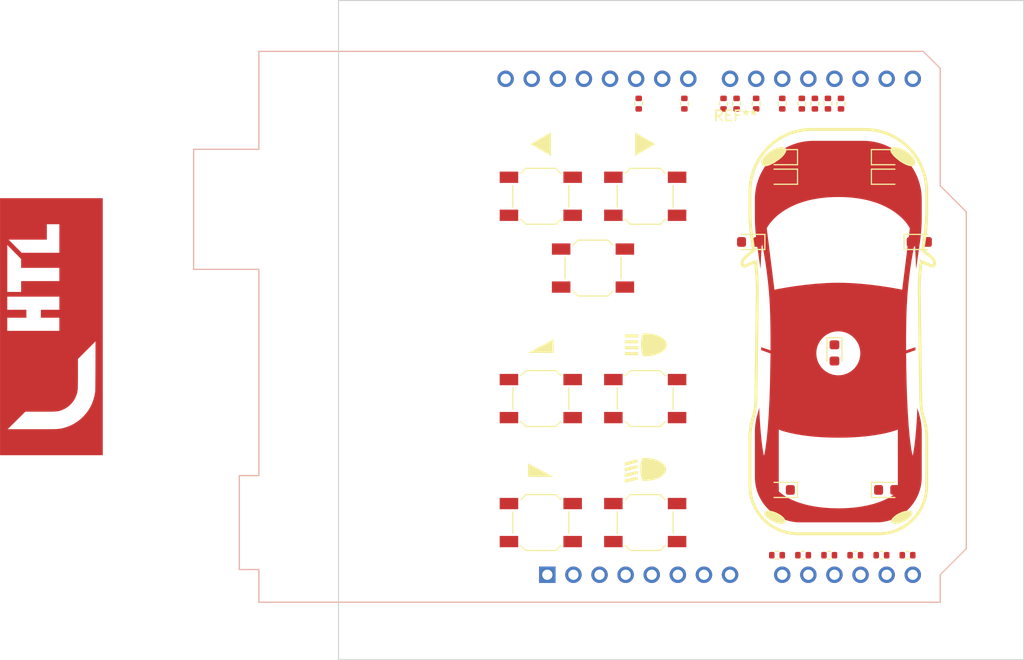
<source format=kicad_pcb>
(kicad_pcb (version 20211014) (generator pcbnew)
  (layers (0 "F.Cu" signal) (31 "B.Cu" signal) (34 "B.Paste" user) (35 "F.Paste" user) (36 "B.SilkS" user "B.Silkscreen") (37 "F.SilkS" user "F.Silkscreen") (38 "B.Mask" user) (39 "F.Mask" user) (44 "Edge.Cuts" user))
  (net 0 "")
  (net 6 "sw_right")
  (net 7 "sw_stop")
  (net 8 "sw_accel")
  (net 9 "sw_decel")
  (net 10 "sw_dipped_b")
  (net 11 "sw_high_b")
  (net 20 "GND")
  (net 21 "Net-(D1-Pad2)")
  (net 22 "Net-(D2-Pad2)")
  (net 23 "high_beam")
  (net 24 "dipped_beam")
  (net 25 "Net-(D3-Pad2)")
  (net 26 "Net-(D4-Pad2)")
  (net 27 "Net-(D5-Pad2)")
  (net 28 "Net-(D6-Pad2)")
  (net 29 "turn_left")
  (net 30 "turn_right")
  (net 31 "break_lights")
  (net 32 "sw_left")
  (net 33 "speed_indicator")
  (net 34 "Net-(D7-Pad2)")
  (net 35 "Net-(D8-Pad2)")
  (net 36 "Net-(D9-Pad2)")
  (net 37 "VDD")
  (footprint "LED_SMD:LED_0603_1608Metric" (layer "F.Cu") (at 146.685 89.535 180)
    (fp_text reference "D5" hide)
    (fp_text value "orange dim" hide)
    (pad "1" smd roundrect (at -0.7875 0 180) (size 0.875 0.95) (layers "F.Cu" "F.Paste" "F.Mask") (net 20 "GND"))
    (pad "2" smd roundrect (at 0.7875 0 180) (size 0.875 0.95) (layers "F.Cu" "F.Paste" "F.Mask") (net 27 "Net-(D5-Pad2)"))
  )
  (footprint "Resistor_SMD:R_0402_1005Metric" (layer "F.Cu") (at 156.97 120.015)
    (fp_text reference "R11" hide)
    (fp_text value "10k" hide)
    (pad "1" smd roundrect (at -0.51 0) (size 0.54 0.64) (layers "F.Cu" "F.Paste" "F.Mask") (net 37 "VDD"))
    (pad "2" smd roundrect (at 0.51 0) (size 0.54 0.64) (layers "F.Cu" "F.Paste" "F.Mask") (net 8 "sw_accel"))
  )
  (footprint "Resistor_SMD:R_0402_1005Metric" (layer "F.Cu") (at 153.035 76.075 -90)
    (fp_text reference "R4" hide)
    (fp_text value "680" hide)
    (pad "1" smd roundrect (at -0.51 0 270) (size 0.54 0.64) (layers "F.Cu" "F.Paste" "F.Mask") (net 24 "dipped_beam"))
    (pad "2" smd roundrect (at 0.51 0 270) (size 0.54 0.64) (layers "F.Cu" "F.Paste" "F.Mask") (net 26 "Net-(D4-Pad2)"))
  )
  (footprint "LED_SMD:LED_0603_1608Metric" (layer "F.Cu") (at 160.02 81.28)
    (fp_text reference "D2" hide)
    (fp_text value "white bright" hide)
    (pad "1" smd roundrect (at -0.7875 0) (size 0.875 0.95) (layers "F.Cu" "F.Paste" "F.Mask") (net 20 "GND"))
    (pad "2" smd roundrect (at 0.7875 0) (size 0.875 0.95) (layers "F.Cu" "F.Paste" "F.Mask") (net 22 "Net-(D2-Pad2)"))
  )
  (footprint "Resistor_SMD:R_0402_1005Metric" (layer "F.Cu") (at 162.05 120.015)
    (fp_text reference "R13" hide)
    (fp_text value "10k" hide)
    (pad "1" smd roundrect (at -0.51 0) (size 0.54 0.64) (layers "F.Cu" "F.Paste" "F.Mask") (net 37 "VDD"))
    (pad "2" smd roundrect (at 0.51 0) (size 0.54 0.64) (layers "F.Cu" "F.Paste" "F.Mask") (net 6 "sw_right"))
  )
  (footprint "LED_SMD:LED_0603_1608Metric" (layer "F.Cu") (at 149.86 113.665 180)
    (fp_text reference "D9" hide)
    (fp_text value "red bright" hide)
    (pad "1" smd roundrect (at -0.7875 0 180) (size 0.875 0.95) (layers "F.Cu" "F.Paste" "F.Mask") (net 20 "GND"))
    (pad "2" smd roundrect (at 0.7875 0 180) (size 0.875 0.95) (layers "F.Cu" "F.Paste" "F.Mask") (net 36 "Net-(D9-Pad2)"))
  )
  (footprint "Button_Switch_SMD:SW_SPST_SKQG_WithoutStem" (layer "F.Cu") (at 136.525 116.84)
    (fp_text reference "SW_dipped_b1" hide)
    (fp_text value "SW_SPST" hide)
    (pad "1" smd rect (at -3.1 -1.85) (size 1.8 1.1) (layers "F.Cu" "F.Paste" "F.Mask") (net 20 "GND"))
    (pad "1" smd rect (at 3.1 -1.85) (size 1.8 1.1) (layers "F.Cu" "F.Paste" "F.Mask") (net 20 "GND"))
    (pad "2" smd rect (at 3.1 1.85) (size 1.8 1.1) (layers "F.Cu" "F.Paste" "F.Mask") (net 10 "sw_dipped_b"))
    (pad "2" smd rect (at -3.1 1.85) (size 1.8 1.1) (layers "F.Cu" "F.Paste" "F.Mask") (net 10 "sw_dipped_b"))
  )
  (footprint "Button_Switch_SMD:SW_SPST_SKQG_WithoutStem" (layer "F.Cu") (at 126.365 116.84)
    (fp_text reference "SW_decel1" hide)
    (fp_text value "SW_SPST" hide)
    (pad "1" smd rect (at 3.1 -1.85) (size 1.8 1.1) (layers "F.Cu" "F.Paste" "F.Mask") (net 20 "GND"))
    (pad "1" smd rect (at -3.1 -1.85) (size 1.8 1.1) (layers "F.Cu" "F.Paste" "F.Mask") (net 20 "GND"))
    (pad "2" smd rect (at -3.1 1.85) (size 1.8 1.1) (layers "F.Cu" "F.Paste" "F.Mask") (net 9 "sw_decel"))
    (pad "2" smd rect (at 3.1 1.85) (size 1.8 1.1) (layers "F.Cu" "F.Paste" "F.Mask") (net 9 "sw_decel"))
  )
  (footprint "Resistor_SMD:R_0402_1005Metric" (layer "F.Cu") (at 149.86 76.075 -90)
    (fp_text reference "R6" hide)
    (fp_text value "220" hide)
    (pad "1" smd roundrect (at -0.51 0 270) (size 0.54 0.64) (layers "F.Cu" "F.Paste" "F.Mask") (net 30 "turn_right"))
    (pad "2" smd roundrect (at 0.51 0 270) (size 0.54 0.64) (layers "F.Cu" "F.Paste" "F.Mask") (net 28 "Net-(D6-Pad2)"))
  )
  (footprint "Resistor_SMD:R_0402_1005Metric" (layer "F.Cu") (at 155.575 76.075 -90)
    (fp_text reference "R2" hide)
    (fp_text value "220" hide)
    (pad "1" smd roundrect (at -0.51 0 270) (size 0.54 0.64) (layers "F.Cu" "F.Paste" "F.Mask") (net 23 "high_beam"))
    (pad "2" smd roundrect (at 0.51 0 270) (size 0.54 0.64) (layers "F.Cu" "F.Paste" "F.Mask") (net 22 "Net-(D2-Pad2)"))
  )
  (footprint "LED_SMD:LED_0603_1608Metric" (layer "F.Cu") (at 160.02 83.185)
    (fp_text reference "D4" hide)
    (fp_text value "white dim" hide)
    (pad "1" smd roundrect (at -0.7875 0) (size 0.875 0.95) (layers "F.Cu" "F.Paste" "F.Mask") (net 20 "GND"))
    (pad "2" smd roundrect (at 0.7875 0) (size 0.875 0.95) (layers "F.Cu" "F.Paste" "F.Mask") (net 26 "Net-(D4-Pad2)"))
  )
  (footprint "Resistor_SMD:R_0402_1005Metric" (layer "F.Cu") (at 135.89 76.075 -90)
    (fp_text reference "R7" hide)
    (fp_text value "680" hide)
    (pad "1" smd roundrect (at -0.51 0 270) (size 0.54 0.64) (layers "F.Cu" "F.Paste" "F.Mask") (net 33 "speed_indicator"))
    (pad "2" smd roundrect (at 0.51 0 270) (size 0.54 0.64) (layers "F.Cu" "F.Paste" "F.Mask") (net 34 "Net-(D7-Pad2)"))
  )
  (footprint "Resistor_SMD:R_0402_1005Metric" (layer "F.Cu") (at 151.765 76.075 -90)
    (fp_text reference "R3" hide)
    (fp_text value "680" hide)
    (pad "1" smd roundrect (at -0.51 0 270) (size 0.54 0.64) (layers "F.Cu" "F.Paste" "F.Mask") (net 24 "dipped_beam"))
    (pad "2" smd roundrect (at 0.51 0 270) (size 0.54 0.64) (layers "F.Cu" "F.Paste" "F.Mask") (net 25 "Net-(D3-Pad2)"))
  )
  (footprint "Resistor_SMD:R_0402_1005Metric" (layer "F.Cu") (at 147.32 76.075 -90)
    (fp_text reference "R5" hide)
    (fp_text value "220" hide)
    (pad "1" smd roundrect (at -0.51 0 270) (size 0.54 0.64) (layers "F.Cu" "F.Paste" "F.Mask") (net 29 "turn_left"))
    (pad "2" smd roundrect (at 0.51 0 270) (size 0.54 0.64) (layers "F.Cu" "F.Paste" "F.Mask") (net 27 "Net-(D5-Pad2)"))
  )
  (footprint "Resistor_SMD:R_0402_1005Metric" (layer "F.Cu") (at 145.415 76.075 -90)
    (fp_text reference "R8" hide)
    (fp_text value "220" hide)
    (pad "1" smd roundrect (at -0.51 0 270) (size 0.54 0.64) (layers "F.Cu" "F.Paste" "F.Mask") (net 31 "break_lights"))
    (pad "2" smd roundrect (at 0.51 0 270) (size 0.54 0.64) (layers "F.Cu" "F.Paste" "F.Mask") (net 35 "Net-(D8-Pad2)"))
  )
  (footprint "Resistor_SMD:R_0402_1005Metric" (layer "F.Cu") (at 159.51 120.015)
    (fp_text reference "R16" hide)
    (fp_text value "10k" hide)
    (pad "1" smd roundrect (at -0.51 0) (size 0.54 0.64) (layers "F.Cu" "F.Paste" "F.Mask") (net 37 "VDD"))
    (pad "2" smd roundrect (at 0.51 0) (size 0.54 0.64) (layers "F.Cu" "F.Paste" "F.Mask") (net 7 "sw_stop"))
  )
  (footprint "LED_SMD:LED_0603_1608Metric" (layer "F.Cu") (at 149.86 83.185 180)
    (fp_text reference "D3" hide)
    (fp_text value "white dim" hide)
    (pad "1" smd roundrect (at -0.7875 0 180) (size 0.875 0.95) (layers "F.Cu" "F.Paste" "F.Mask") (net 20 "GND"))
    (pad "2" smd roundrect (at 0.7875 0 180) (size 0.875 0.95) (layers "F.Cu" "F.Paste" "F.Mask") (net 25 "Net-(D3-Pad2)"))
  )
  (footprint "Resistor_SMD:R_0402_1005Metric" (layer "F.Cu") (at 149.35 120.015)
    (fp_text reference "R12" hide)
    (fp_text value "10k" hide)
    (pad "1" smd roundrect (at -0.51 0) (size 0.54 0.64) (layers "F.Cu" "F.Paste" "F.Mask") (net 37 "VDD"))
    (pad "2" smd roundrect (at 0.51 0) (size 0.54 0.64) (layers "F.Cu" "F.Paste" "F.Mask") (net 10 "sw_dipped_b"))
  )
  (footprint "LED_SMD:LED_0603_1608Metric" (layer "F.Cu") (at 154.94 100.33 -90)
    (fp_text reference "D7" hide)
    (fp_text value "blue bright" hide)
    (pad "1" smd roundrect (at -0.7875 0 270) (size 0.875 0.95) (layers "F.Cu" "F.Paste" "F.Mask") (net 20 "GND"))
    (pad "2" smd roundrect (at 0.7875 0 270) (size 0.875 0.95) (layers "F.Cu" "F.Paste" "F.Mask") (net 34 "Net-(D7-Pad2)"))
  )
  (footprint "car:car" (layer "F.Cu") (at 145.314845 77.757001)
    (fp_text reference "REF**" (at 0 -0.5 unlocked) (layer "F.SilkS"))
    (fp_text value "car")
    (fp_poly (pts (xy 12.614297 1.939832) (xy 12.798911 1.948766) (xy 12.981931 1.963542) (xy 13.163267 1.984065) (xy 13.342829 2.010241) (xy 13.520527 2.041975) (xy 13.696273 2.079173) (xy 13.869976 2.121741) (xy 14.041546 2.169585) (xy 14.210894 2.222609) (xy 14.37793 2.280721) (xy 14.542565 2.343825) (xy 14.704708 2.411828) (xy 14.864271 2.484635) (xy 15.021162 2.562151) (xy 15.175294 2.644283) (xy 15.174837 2.644611) (xy 15.174368 2.644923) (xy 15.17389 2.645221) (xy 15.173403 2.645507) (xy 15.172411 2.646056) (xy 15.171408 2.646588) (xy 15.170406 2.647123) (xy 15.16942 2.647679) (xy 15.168937 2.647972) (xy 15.168463 2.648277) (xy 15.168 2.648596) (xy 15.16755 2.648933) (xy 15.124277 2.690432) (xy 15.093505 2.736808) (xy 15.074655 2.787659) (xy 15.06715 2.842582) (xy 15.070411 2.901177) (xy 15.08386 2.963041) (xy 15.106918 3.027772) (xy 15.139008 3.094968) (xy 15.17955 3.164227) (xy 15.227966 3.235149) (xy 15.346107 3.380368) (xy 15.488806 3.52741) (xy 15.651434 3.67306) (xy 15.829366 3.814103) (xy 16.017974 3.947323) (xy 16.212631 4.069505) (xy 16.40871 4.177434) (xy 16.601586 4.267895) (xy 16.786629 4.337672) (xy 16.874769 4.3638) (xy 16.959215 4.383551) (xy 17.03939 4.396523) (xy 17.114716 4.402315) (xy 17.230011 4.576361) (xy 17.339036 4.754789) (xy 17.441629 4.937443) (xy 17.537629 5.124167) (xy 17.626874 5.314803) (xy 17.709204 5.509197) (xy 17.784458 5.707191) (xy 17.852474 5.908629) (xy 17.913092 6.113355) (xy 17.96615 6.321213) (xy 18.011487 6.532046) (xy 18.048942 6.745699) (xy 18.078354 6.962014) (xy 18.099562 7.180836) (xy 18.112405 7.402008) (xy 18.116722 7.625374) (xy 18.116722 9.356018) (xy 18.11403 9.66094) (xy 18.10595 9.96567) (xy 18.092478 10.270132) (xy 18.073612 10.574254) (xy 18.049347 10.87796) (xy 18.01968 11.181176) (xy 17.984606 11.483829) (xy 17.944122 11.785843) (xy 17.604088 14.171745) (xy 17.586829 14.297525) (xy 17.570503 14.423409) (xy 17.514014 13.142596) (xy 17.449577 11.805481) (xy 17.349448 12.288172) (xy 17.116936 13.608904) (xy 16.982854 14.523845) (xy 16.853857 15.576668) (xy 16.742672 16.743496) (xy 16.662025 18.000454) (xy 16.629076 18.885403) (xy 16.606589 19.913858) (xy 16.595413 21.068231) (xy 16.596397 22.330936) (xy 16.710666 22.286921) (xy 16.824784 22.246161) (xy 16.938736 22.207771) (xy 17.052503 22.170865) (xy 17.279415 22.09796) (xy 17.392527 22.060191) (xy 17.505386 22.020363) (xy 17.509521 22.304066) (xy 16.597435 22.626526) (xy 16.614149 24.085538) (xy 16.646958 25.564424) (xy 16.696766 27.02274) (xy 16.764482 28.420043) (xy 16.85101 29.71589) (xy 16.957258 30.869838) (xy 17.084131 31.841442) (xy 17.155586 32.246227) (xy 17.232536 32.59026) (xy 17.28344 32.366871) (xy 17.338881 32.061407) (xy 17.407036 31.603452) (xy 17.482447 30.975519) (xy 17.559654 30.160123) (xy 17.6332 29.139781) (xy 17.697624 27.897007) (xy 17.712938 27.96879) (xy 17.729066 28.040399) (xy 17.746025 28.111827) (xy 17.763832 28.183065) (xy 17.782503 28.254105) (xy 17.802054 28.32494) (xy 17.822503 28.395561) (xy 17.843864 28.465961) (xy 17.907483 28.68566) (xy 17.962751 28.907372) (xy 18.009629 29.130854) (xy 18.048074 29.355865) (xy 18.078046 29.582164) (xy 18.099506 29.809509) (xy 18.112411 30.037658) (xy 18.116722 30.266369) (xy 18.116722 34.663517) (xy 18.110156 34.905773) (xy 18.090687 35.144591) (xy 18.058655 35.379632) (xy 18.014401 35.610559) (xy 17.958267 35.837034) (xy 17.890593 36.058718) (xy 17.811722 36.275273) (xy 17.721994 36.486362) (xy 17.621751 36.691647) (xy 17.511333 36.89079) (xy 17.391083 37.083453) (xy 17.26134 37.269297) (xy 17.122446 37.447985) (xy 16.974744 37.619179) (xy 16.818572 37.782541) (xy 16.654274 37.937733) (xy 16.576954 37.949619) (xy 16.496689 37.965666) (xy 16.413845 37.98587) (xy 16.328785 38.010226) (xy 16.241876 38.03873) (xy 16.153482 38.071379) (xy 16.063969 38.108166) (xy 15.973702 38.14909) (xy 15.899457 38.185589) (xy 15.827702 38.223556) (xy 15.758585 38.262824) (xy 15.692253 38.303228) (xy 15.628853 38.344605) (xy 15.568532 38.386789) (xy 15.511438 38.429616) (xy 15.457717 38.472919) (xy 15.407516 38.516536) (xy 15.360983 38.5603) (xy 15.318264 38.604047) (xy 15.279506 38.647612) (xy 15.244857 38.69083) (xy 15.214463 38.733536) (xy 15.188472 38.775565) (xy 15.167031 38.816753) (xy 14.995298 38.872755) (xy 14.820574 38.921897) (xy 14.643013 38.963992) (xy 14.462769 38.998853) (xy 14.279994 39.026293) (xy 14.094842 39.046124) (xy 14.001423 39.053128) (xy 13.907467 39.05816) (xy 13.812994 39.061197) (xy 13.718022 39.062214) (xy 6.282302 39.062214) (xy 6.187256 39.061193) (xy 6.092711 39.058148) (xy 5.998685 39.053101) (xy 5.905199 39.046077) (xy 5.812269 39.0371) (xy 5.719917 39.026193) (xy 5.628159 39.01338) (xy 5.537016 38.998685) (xy 5.446507 38.982132) (xy 5.356649 38.963744) (xy 5.267463 38.943547) (xy 5.178967 38.921562) (xy 5.004121 38.872329) (xy 4.832263 38.816235) (xy 4.810811 38.775066) (xy 4.784831 38.73306) (xy 4.754466 38.690382) (xy 4.719862 38.647194) (xy 4.681164 38.603663) (xy 4.638515 38.559951) (xy 4.592061 38.516224) (xy 4.541947 38.472646) (xy 4.488317 38.42938) (xy 4.431316 38.386592) (xy 4.371089 38.344446) (xy 4.30778 38.303105) (xy 4.241535 38.262735) (xy 4.172497 38.2235) (xy 4.100813 38.185563) (xy 4.026626 38.14909) (xy 3.981368 38.128086) (xy 3.936236 38.108108) (xy 3.846543 38.071236) (xy 3.75793 38.038492) (xy 3.670781 38.009891) (xy 3.58548 37.985447) (xy 3.50241 37.965177) (xy 3.461831 37.956612) (xy 3.421954 37.949097) (xy 3.382827 37.942633) (xy 3.344497 37.937222) (xy 3.180268 37.782034) (xy 3.024172 37.618679) (xy 2.876549 37.447494) (xy 2.73774 37.268817) (xy 2.608083 37.082987) (xy 2.487919 36.890343) (xy 2.377586 36.691222) (xy 2.277426 36.485962) (xy 2.187777 36.274903) (xy 2.108979 36.058383) (xy 2.103425 36.040176) (xy 4.206977 36.040176) (xy 4.278938 36.111409) (xy 4.505418 36.299204) (xy 4.68157 36.424671) (xy 4.902313 36.564708) (xy 5.169634 36.714459) (xy 5.48552 36.869066) (xy 5.851958 37.023674) (xy 6.270935 37.173424) (xy 6.744438 37.313461) (xy 7.274454 37.438928) (xy 7.86297 37.544968) (xy 8.511973 37.626723) (xy 9.22345 37.679338) (xy 9.999388 37.697956) (xy 10.395619 37.6932) (xy 10.775483 37.679338) (xy 11.139227 37.656977) (xy 11.4871 37.626723) (xy 11.819351 37.589185) (xy 12.136228 37.544968) (xy 12.43798 37.49468) (xy 12.724855 37.438928) (xy 12.997101 37.378319) (xy 13.254968 37.313461) (xy 13.498703 37.24496) (xy 13.728555 37.173424) (xy 13.944772 37.09946) (xy 14.147604 37.023674) (xy 14.337298 36.946673) (xy 14.514103 36.869066) (xy 14.678267 36.791459) (xy 14.830039 36.714459) (xy 14.969668 36.638673) (xy 15.097401 36.564708) (xy 15.213488 36.493172) (xy 15.318177 36.424671) (xy 15.494354 36.299204) (xy 15.62792 36.193165) (xy 15.720863 36.111409) (xy 15.792832 36.040176) (xy 15.792832 30.035893) (xy 15.450125 30.159028) (xy 15.014472 30.285242) (xy 14.396158 30.429926) (xy 13.590339 30.57461) (xy 13.1156 30.64118) (xy 12.592168 30.700824) (xy 12.019436 30.751232) (xy 11.396799 30.790097) (xy 10.723652 30.815109) (xy 9.999388 30.823959) (xy 9.630909 30.821699) (xy 9.275282 30.815109) (xy 8.932429 30.804479) (xy 8.602276 30.790097) (xy 8.284746 30.772252) (xy 7.979765 30.751232) (xy 7.687256 30.727327) (xy 7.407144 30.700824) (xy 6.883809 30.64118) (xy 6.409154 30.57461) (xy 5.982575 30.503422) (xy 5.603467 30.429926) (xy 5.271225 30.356429) (xy 4.985245 30.285242) (xy 4.744921 30.218672) (xy 4.549648 30.159028) (xy 4.291838 30.069755) (xy 4.206977 30.035893) (xy 4.206977 36.040176) (xy 2.103425 36.040176) (xy 2.041372 35.83674) (xy 1.985295 35.610311) (xy 1.941088 35.379437) (xy 1.909092 35.144454) (xy 1.889645 34.905701) (xy 1.883087 34.663517) (xy 1.883087 30.266369) (xy 1.887398 30.037658) (xy 1.900304 29.809509) (xy 1.921764 29.582164) (xy 1.951737 29.355865) (xy 1.990183 29.130854) (xy 2.037059 28.907372) (xy 2.092325 28.68566) (xy 2.155941 28.465961) (xy 2.177289 28.395626) (xy 2.197733 28.325068) (xy 2.217287 28.254297) (xy 2.235965 28.183321) (xy 2.253779 28.112147) (xy 2.270745 28.040784) (xy 2.286875 27.96924) (xy 2.302185 27.897522) (xy 2.332917 28.547732) (xy 2.366611 29.140156) (xy 2.402586 29.676978) (xy 2.440158 30.160384) (xy 2.478645 30.59256) (xy 2.517365 30.97569) (xy 2.555636 31.31196) (xy 2.592776 31.603555) (xy 2.628101 31.85266) (xy 2.66093 32.061462) (xy 2.690581 32.232144) (xy 2.71637 32.366893) (xy 2.753637 32.537332) (xy 2.767272 32.59026) (xy 2.844228 32.246227) (xy 2.915699 31.841442) (xy 3.04263 30.869838) (xy 3.14896 29.71589) (xy 3.235584 28.420043) (xy 3.303394 27.02274) (xy 3.353287 25.564424) (xy 3.402892 22.626526) (xy 3.367794 22.614124) (xy 7.861018 22.614124) (xy 7.863808 22.724188) (xy 7.872075 22.832806) (xy 7.885683 22.939846) (xy 7.904498 23.045171) (xy 7.928386 23.148649) (xy 7.957213 23.250144) (xy 7.990844 23.349522) (xy 8.029144 23.446649) (xy 8.071981 23.541391) (xy 8.119218 23.633612) (xy 8.170722 23.72318) (xy 8.226359 23.809959) (xy 8.285994 23.893814) (xy 8.349493 23.974613) (xy 8.416722 24.05222) (xy 8.487545 24.126501) (xy 8.56183 24.197321) (xy 8.639441 24.264547) (xy 8.720244 24.328043) (xy 8.804105 24.387676) (xy 8.890889 24.443311) (xy 8.980463 24.494814) (xy 9.072692 24.54205) (xy 9.167441 24.584885) (xy 9.264576 24.623185) (xy 9.363963 24.656816) (xy 9.465468 24.685642) (xy 9.568956 24.70953) (xy 9.674292 24.728345) (xy 9.781343 24.741953) (xy 9.889974 24.750219) (xy 10.000051 24.75301) (xy 10.110115 24.750212) (xy 10.218733 24.741938) (xy 10.325771 24.728323) (xy 10.431096 24.709501) (xy 10.534572 24.685606) (xy 10.636065 24.656773) (xy 10.735441 24.623136) (xy 10.832565 24.58483) (xy 10.927304 24.541989) (xy 11.019523 24.494748) (xy 11.109087 24.44324) (xy 11.195862 24.387601) (xy 11.279714 24.327964) (xy 11.360508 24.264464) (xy 11.438111 24.197236) (xy 11.512387 24.126413) (xy 11.583202 24.052131) (xy 11.650423 23.974524) (xy 11.713914 23.893725) (xy 11.773541 23.80987) (xy 11.82917 23.723093) (xy 11.880667 23.633529) (xy 11.927897 23.54131) (xy 11.970726 23.446573) (xy 12.009019 23.349452) (xy 12.042642 23.25008) (xy 12.071462 23.148593) (xy 12.095342 23.045124) (xy 12.11415 22.939808) (xy 12.12775 22.83278) (xy 12.136009 22.724174) (xy 12.138792 22.614124) (xy 12.136002 22.50406) (xy 12.127736 22.395441) (xy 12.114128 22.288402) (xy 12.095313 22.183076) (xy 12.071425 22.079598) (xy 12.042599 21.978103) (xy 12.008969 21.878724) (xy 11.970669 21.781597) (xy 11.927834 21.686855) (xy 11.880598 21.594633) (xy 11.829095 21.505065) (xy 11.77346 21.418286) (xy 11.713827 21.33443) (xy 11.65033 21.253631) (xy 11.583104 21.176024) (xy 11.512284 21.101743) (xy 11.438003 21.030923) (xy 11.360396 20.963697) (xy 11.279597 20.9002) (xy 11.195741 20.840567) (xy 11.108962 20.784932) (xy 11.019394 20.733429) (xy 10.927172 20.686193) (xy 10.83243 20.643358) (xy 10.735303 20.605058) (xy 10.635924 20.571428) (xy 10.534429 20.542602) (xy 10.430951 20.518714) (xy 10.325625 20.499899) (xy 10.218586 20.486291) (xy 10.109967 20.478025) (xy 9.999903 20.475235) (xy 9.999758 20.475235) (xy 9.889694 20.478033) (xy 9.781076 20.486307) (xy 9.674038 20.499922) (xy 9.568714 20.518744) (xy 9.465238 20.542639) (xy 9.363745 20.571472) (xy 9.264369 20.605109) (xy 9.167244 20.643415) (xy 9.072505 20.686256) (xy 8.980287 20.733497) (xy 8.890723 20.785005) (xy 8.803947 20.840644) (xy 8.720095 20.900281) (xy 8.639301 20.963781) (xy 8.561699 21.031009) (xy 8.487423 21.101832) (xy 8.416607 21.176114) (xy 8.349387 21.253722) (xy 8.285896 21.33452) (xy 8.226269 21.418375) (xy 8.170639 21.505153) (xy 8.119143 21.594717) (xy 8.071913 21.686936) (xy 8.029084 21.781673) (xy 7.990791 21.878795) (xy 7.957167 21.978167) (xy 7.928348 22.079654) (xy 7.904467 22.183123) (xy 7.88566 22.288439) (xy 7.872059 22.395468) (xy 7.8638 22.504074) (xy 7.861018 22.614124) (xy 3.367794 22.614124) (xy 2.490287 22.304066) (xy 2.494419 22.020363) (xy 2.607224 22.06021) (xy 2.7203 22.097983) (xy 2.947191 22.170872) (xy 3.060968 22.207767) (xy 3.174942 22.246149) (xy 3.289095 22.286909) (xy 3.403407 22.330936) (xy 3.404392 21.068231) (xy 3.393214 19.913858) (xy 3.370726 18.885403) (xy 3.337779 18.000454) (xy 3.30207 17.362201) (xy 3.257136 16.743496) (xy 3.204566 16.147324) (xy 3.145952 15.576668) (xy 3.082885 15.034514) (xy 3.016956 14.523845) (xy 2.882874 13.608904) (xy 2.756434 12.855721) (xy 2.650362 12.288172) (xy 2.550231 11.805481) (xy 2.485762 13.145292) (xy 2.429309 14.428577) (xy 2.412735 14.300107) (xy 2.395202 14.171745) (xy 2.055171 11.785843) (xy 2.014969 11.483829) (xy 1.980076 11.181176) (xy 1.950507 10.87796) (xy 1.926278 10.574254) (xy 1.918408 10.447426) (xy 3.038574 10.447426) (xy 3.782714 16.42432) (xy 4.325982 16.318222) (xy 4.947046 16.209472) (xy 5.749486 16.084806) (xy 6.694622 15.960141) (xy 7.743772 15.851391) (xy 8.858254 15.77447) (xy 9.427907 15.752918) (xy 9.999388 15.745293) (xy 10.571026 15.752918) (xy 11.140821 15.77447) (xy 11.703937 15.807957) (xy 12.25554 15.851391) (xy 12.790797 15.902782) (xy 13.304871 15.960141) (xy 14.25014 16.084806) (xy 15.052671 16.209472) (xy 15.67379 16.318222) (xy 16.217094 16.42432) (xy 16.960716 10.447426) (xy 16.889511 10.316662) (xy 16.654429 9.971921) (xy 16.465372 9.741599) (xy 16.223271 9.484529) (xy 15.924102 9.209628) (xy 15.563839 8.925812) (xy 15.138458 8.641995) (xy 14.643934 8.367094) (xy 14.076241 8.110025) (xy 13.763699 7.990963) (xy 13.431356 7.879702) (xy 13.078708 7.777357) (xy 12.705253 7.685042) (xy 12.310487 7.603872) (xy 11.893907 7.534961) (xy 11.45501 7.479424) (xy 10.993293 7.438375) (xy 10.508254 7.412928) (xy 9.999388 7.404198) (xy 9.4906 7.412928) (xy 9.005632 7.438375) (xy 8.543981 7.479424) (xy 8.105143 7.534961) (xy 7.688615 7.603872) (xy 7.293896 7.685042) (xy 6.920482 7.777357) (xy 6.56787 7.879702) (xy 6.235558 7.990963) (xy 5.923042 8.110025) (xy 5.629821 8.235773) (xy 5.35539 8.367094) (xy 5.099248 8.502873) (xy 4.860891 8.641995) (xy 4.639817 8.783346) (xy 4.435523 8.925812) (xy 4.247505 9.068277) (xy 4.075262 9.209628) (xy 3.91829 9.348751) (xy 3.776087 9.484529) (xy 3.64815 9.61585) (xy 3.533975 9.741599) (xy 3.344904 9.971921) (xy 3.204851 10.166581) (xy 3.109793 10.316662) (xy 3.038574 10.447426) (xy 1.918408 10.447426) (xy 1.907406 10.270132) (xy 1.893906 9.96567) (xy 1.885794 9.66094) (xy 1.883087 9.356018) (xy 1.883087 7.625374) (xy 1.887403 7.402008) (xy 1.900243 7.180836) (xy 1.921447 6.962014) (xy 1.950854 6.745699) (xy 1.988304 6.532046) (xy 2.033635 6.321213) (xy 2.086688 6.113355) (xy 2.1473 5.908629) (xy 2.215313 5.707191) (xy 2.290564 5.509197) (xy 2.372894 5.314803) (xy 2.462141 5.124167) (xy 2.558146 4.937443) (xy 2.660746 4.754789) (xy 2.769782 4.576361) (xy 2.885093 4.402315) (xy 2.960393 4.396575) (xy 3.040549 4.383649) (xy 3.124979 4.363939) (xy 3.213108 4.337846) (xy 3.304354 4.305773) (xy 3.39814 4.268123) (xy 3.493886 4.225297) (xy 3.591015 4.177697) (xy 3.787102 4.069787) (xy 3.981771 3.947608) (xy 4.170391 3.81438) (xy 4.348332 3.673318) (xy 4.43185 3.600856) (xy 4.510963 3.527641) (xy 4.58509 3.454077) (xy 4.653653 3.380566) (xy 4.716074 3.30751) (xy 4.771773 3.235311) (xy 4.820172 3.164371) (xy 4.860692 3.095092) (xy 4.892754 3.027877) (xy 4.915779 2.963128) (xy 4.929189 2.901246) (xy 4.932404 2.842635) (xy 4.924846 2.787695) (xy 4.905936 2.736831) (xy 4.875095 2.690443) (xy 4.831744 2.648933) (xy 4.831318 2.64861) (xy 4.830882 2.648299) (xy 4.830438 2.647998) (xy 4.829988 2.647706) (xy 4.829071 2.64714) (xy 4.828142 2.64659) (xy 4.827212 2.646043) (xy 4.82629 2.645484) (xy 4.825386 2.644902) (xy 4.824945 2.644598) (xy 4.824512 2.644283) (xy 4.978675 2.562129) (xy 5.135599 2.484596) (xy 5.295194 2.411778) (xy 5.45737 2.343768) (xy 5.622038 2.280661) (xy 5.789107 2.22255) (xy 5.958489 2.169528) (xy 6.130092 2.12169) (xy 6.303828 2.079129) (xy 6.479607 2.041939) (xy 6.657338 2.010214) (xy 6.836933 1.984046) (xy 7.0183 1.963531) (xy 7.201352 1.948761) (xy 7.385997 1.93983) (xy 7.572146 1.936832) (xy 12.428179 1.936832)) (layer "F.Cu") (width 0) (fill solid))
  )
  (footprint "Button_Switch_SMD:SW_SPST_SKQG_WithoutStem" (layer "F.Cu") (at 136.525 104.775)
    (fp_text reference "SW_high_b1" hide)
    (fp_text value "SW_SPST" hide)
    (pad "1" smd rect (at 3.1 -1.85) (size 1.8 1.1) (layers "F.Cu" "F.Paste" "F.Mask") (net 20 "GND"))
    (pad "1" smd rect (at -3.1 -1.85) (size 1.8 1.1) (layers "F.Cu" "F.Paste" "F.Mask") (net 20 "GND"))
    (pad "2" smd rect (at 3.1 1.85) (size 1.8 1.1) (layers "F.Cu" "F.Paste" "F.Mask") (net 11 "sw_high_b"))
    (pad "2" smd rect (at -3.1 1.85) (size 1.8 1.1) (layers "F.Cu" "F.Paste" "F.Mask") (net 11 "sw_high_b"))
  )
  (footprint "Resistor_SMD:R_0402_1005Metric" (layer "F.Cu") (at 154.43 120.015)
    (fp_text reference "R15" hide)
    (fp_text value "10k" hide)
    (pad "1" smd roundrect (at -0.51 0) (size 0.54 0.64) (layers "F.Cu" "F.Paste" "F.Mask") (net 37 "VDD"))
    (pad "2" smd roundrect (at 0.51 0) (size 0.54 0.64) (layers "F.Cu" "F.Paste" "F.Mask") (net 11 "sw_high_b"))
  )
  (footprint "LED_SMD:LED_0603_1608Metric" (layer "F.Cu") (at 160.02 113.665)
    (fp_text reference "D8" hide)
    (fp_text value "red bright" hide)
    (pad "1" smd roundrect (at -0.7875 0) (size 0.875 0.95) (layers "F.Cu" "F.Paste" "F.Mask") (net 20 "GND"))
    (pad "2" smd roundrect (at 0.7875 0) (size 0.875 0.95) (layers "F.Cu" "F.Paste" "F.Mask") (net 35 "Net-(D8-Pad2)"))
  )
  (footprint "Button_Switch_SMD:SW_SPST_SKQG_WithoutStem" (layer "F.Cu") (at 126.365 104.775)
    (fp_text reference "SW_accel1" hide)
    (fp_text value "SW_SPST" hide)
    (pad "1" smd rect (at -3.1 -1.85) (size 1.8 1.1) (layers "F.Cu" "F.Paste" "F.Mask") (net 20 "GND"))
    (pad "1" smd rect (at 3.1 -1.85) (size 1.8 1.1) (layers "F.Cu" "F.Paste" "F.Mask") (net 20 "GND"))
    (pad "2" smd rect (at 3.1 1.85) (size 1.8 1.1) (layers "F.Cu" "F.Paste" "F.Mask") (net 8 "sw_accel"))
    (pad "2" smd rect (at -3.1 1.85) (size 1.8 1.1) (layers "F.Cu" "F.Paste" "F.Mask") (net 8 "sw_accel"))
  )
  (footprint "Button_Switch_SMD:SW_SPST_SKQG_WithoutStem" (layer "F.Cu") (at 131.445 92.075)
    (fp_text reference "SW_stop1" hide)
    (fp_text value "SW_SPST" hide)
    (pad "1" smd rect (at 3.1 -1.85) (size 1.8 1.1) (layers "F.Cu" "F.Paste" "F.Mask") (net 20 "GND"))
    (pad "1" smd rect (at -3.1 -1.85) (size 1.8 1.1) (layers "F.Cu" "F.Paste" "F.Mask") (net 20 "GND"))
    (pad "2" smd rect (at -3.1 1.85) (size 1.8 1.1) (layers "F.Cu" "F.Paste" "F.Mask") (net 7 "sw_stop"))
    (pad "2" smd rect (at 3.1 1.85) (size 1.8 1.1) (layers "F.Cu" "F.Paste" "F.Mask") (net 7 "sw_stop"))
  )
  (footprint "LED_SMD:LED_0603_1608Metric" (layer "F.Cu") (at 149.86 81.28 180)
    (fp_text reference "D1" hide)
    (fp_text value "white bright" hide)
    (pad "1" smd roundrect (at -0.7875 0 180) (size 0.875 0.95) (layers "F.Cu" "F.Paste" "F.Mask") (net 20 "GND"))
    (pad "2" smd roundrect (at 0.7875 0 180) (size 0.875 0.95) (layers "F.Cu" "F.Paste" "F.Mask") (net 21 "Net-(D1-Pad2)"))
  )
  (footprint "HTL Weiz Logo:logo" (layer "F.Cu") (at 78.74 97.79 90)
    (fp_text reference "Ref**" hide)
    (fp_text value "Val**" hide)
    (fp_poly (pts (xy 12.5095 4.995333) (xy -12.488333 4.995333) (xy -12.488333 -1.15159) (xy -9.968455 -1.15159) (xy -9.968278 -0.847727) (xy -9.967822 -0.578358) (xy -9.967004 -0.34087) (xy -9.965739 -0.132649) (xy -9.963946 0.048918) (xy -9.961538 0.206444) (xy -9.958435 0.342542) (xy -9.954551 0.459826) (xy -9.949803 0.560908) (xy -9.944108 0.648401) (xy -9.937382 0.72492) (xy -9.929542 0.793077) (xy -9.920503 0.855485) (xy -9.910184 0.914757) (xy -9.898499 0.973507) (xy -9.885365 1.034348) (xy -9.873678 1.086645) (xy -9.7647 1.476014) (xy -9.616626 1.85215) (xy -9.431367 2.21234) (xy -9.21083 2.553876) (xy -8.956925 2.874046) (xy -8.671561 3.17014) (xy -8.356647 3.439449) (xy -8.075083 3.640109) (xy -7.780986 3.811571) (xy -7.458177 3.962138) (xy -7.116514 4.088366) (xy -6.765858 4.186808) (xy -6.416066 4.254016) (xy -6.265333 4.272769) (xy -6.220147 4.275264) (xy -6.135607 4.27771) (xy -6.014692 4.280081) (xy -5.860381 4.282352) (xy -5.675654 4.284497) (xy -5.46349 4.286492) (xy -5.226868 4.288312) (xy -4.968767 4.289932) (xy -4.692168 4.291326) (xy -4.400047 4.292469) (xy -4.095387 4.293337) (xy -3.781164 4.293905) (xy -3.7465 4.293947) (xy -1.407583 4.296686) (xy -2.265374 3.43951) (xy -3.123164 2.582333) (xy -4.50904 2.581966) (xy -4.753771 2.581583) (xy -4.99082 2.580602) (xy -5.215989 2.579079) (xy -5.425079 2.577071) (xy -5.613889 2.574633) (xy -5.778221 2.571823) (xy -5.913874 2.568695) (xy -6.016649 2.565306) (xy -6.082347 2.561712) (xy -6.092538 2.560783) (xy -6.410099 2.506757) (xy -6.712888 2.413731) (xy -6.998461 2.282861) (xy -7.264372 2.115301) (xy -7.508175 1.912206) (xy -7.547573 1.873905) (xy -7.759821 1.634851) (xy -7.934846 1.37617) (xy -8.073964 1.09575) (xy -8.136257 0.929686) (xy -8.158192 0.863088) (xy -8.177247 0.80069) (xy -8.193626 0.739089) (xy -8.207531 0.67488) (xy -8.219163 0.604662) (xy -8.228725 0.52503) (xy -8.236419 0.432583) (xy -8.242447 0.323917) (xy -8.247012 0.195628) (xy -8.250316 0.044315) (xy -8.252561 -0.133427) (xy -8.253949 -0.341001) (xy -8.254683 -0.581809) (xy -8.254964 -0.859254) (xy -8.255 -1.068533) (xy -8.255 -2.533688) (xy -9.11118 -3.399386) (xy -9.96736 -4.265083) (xy -9.968305 -1.87325) (xy -9.968436 -1.49256) (xy -9.968455 -1.15159) (xy -12.488333 -1.15159) (xy -12.488333 -4.296833) (xy -0.402167 -4.296833) (xy -0.402167 0.783167) (xy 0.889 0.783167) (xy 0.889 -1.016) (xy 1.651 -1.016) (xy 1.651 0.783167) (xy 2.942167 0.783167) (xy 2.942167 -2.942167) (xy 3.386667 -2.942167) (xy 4.445 -2.942167) (xy 4.445 0.783167) (xy 5.736167 0.783167) (xy 5.736167 -2.88951) (xy 7.196667 -2.88951) (xy 7.196667 0.783167) (xy 9.990667 0.783167) (xy 9.990667 -0.4445) (xy 8.487833 -0.4445) (xy 8.487833 -4.180157) (xy 7.84225 -3.534833) (xy 7.196667 -2.88951) (xy 5.736167 -2.88951) (xy 5.736167 -2.942167) (xy 6.59756 -2.942167) (xy 7.96925 -4.294697) (xy 5.677958 -4.295765) (xy 3.386667 -4.296833) (xy 3.386667 -2.942167) (xy 2.942167 -2.942167) (xy 2.942167 -4.296833) (xy 1.651 -4.296833) (xy 1.651 -2.434167) (xy 0.889 -2.434167) (xy 0.889 -4.296833) (xy -0.402167 -4.296833) (xy -12.488333 -4.296833) (xy -12.488333 -4.995333) (xy 12.5095 -4.995333) (xy 12.5095 4.995333)) (layer "F.Cu") (width 0.01) (fill solid))
  )
  (footprint "Button_Switch_SMD:SW_SPST_SKQG_WithoutStem" (layer "F.Cu") (at 126.365 85.09)
    (fp_text reference "SW_left1" hide)
    (fp_text value "SW_SPST" hide)
    (pad "1" smd rect (at -3.1 -1.85) (size 1.8 1.1) (layers "F.Cu" "F.Paste" "F.Mask") (net 20 "GND"))
    (pad "1" smd rect (at 3.1 -1.85) (size 1.8 1.1) (layers "F.Cu" "F.Paste" "F.Mask") (net 20 "GND"))
    (pad "2" smd rect (at -3.1 1.85) (size 1.8 1.1) (layers "F.Cu" "F.Paste" "F.Mask") (net 32 "sw_left"))
    (pad "2" smd rect (at 3.1 1.85) (size 1.8 1.1) (layers "F.Cu" "F.Paste" "F.Mask") (net 32 "sw_left"))
  )
  (footprint "Resistor_SMD:R_0402_1005Metric" (layer "F.Cu") (at 154.305 76.075 -90)
    (fp_text reference "R1" hide)
    (fp_text value "220" hide)
    (pad "1" smd roundrect (at -0.51 0 270) (size 0.54 0.64) (layers "F.Cu" "F.Paste" "F.Mask") (net 23 "high_beam"))
    (pad "2" smd roundrect (at 0.51 0 270) (size 0.54 0.64) (layers "F.Cu" "F.Paste" "F.Mask") (net 21 "Net-(D1-Pad2)"))
  )
  (footprint "Resistor_SMD:R_0402_1005Metric" (layer "F.Cu") (at 140.335 76.075 90)
    (fp_text reference "R10" hide)
    (fp_text value "10k" hide)
    (pad "1" smd roundrect (at -0.51 0 90) (size 0.54 0.64) (layers "F.Cu" "F.Paste" "F.Mask") (net 37 "VDD"))
    (pad "2" smd roundrect (at 0.51 0 90) (size 0.54 0.64) (layers "F.Cu" "F.Paste" "F.Mask") (net 32 "sw_left"))
  )
  (footprint "Button_Switch_SMD:SW_SPST_SKQG_WithoutStem" (layer "F.Cu") (at 136.525 85.09)
    (fp_text reference "SW_right1" hide)
    (fp_text value "SW_SPST" hide)
    (pad "1" smd rect (at 3.1 -1.85) (size 1.8 1.1) (layers "F.Cu" "F.Paste" "F.Mask") (net 20 "GND"))
    (pad "1" smd rect (at -3.1 -1.85) (size 1.8 1.1) (layers "F.Cu" "F.Paste" "F.Mask") (net 20 "GND"))
    (pad "2" smd rect (at -3.1 1.85) (size 1.8 1.1) (layers "F.Cu" "F.Paste" "F.Mask") (net 6 "sw_right"))
    (pad "2" smd rect (at 3.1 1.85) (size 1.8 1.1) (layers "F.Cu" "F.Paste" "F.Mask") (net 6 "sw_right"))
  )
  (footprint "Resistor_SMD:R_0402_1005Metric" (layer "F.Cu") (at 151.89 120.015)
    (fp_text reference "R14" hide)
    (fp_text value "10k" hide)
    (pad "1" smd roundrect (at -0.51 0) (size 0.54 0.64) (layers "F.Cu" "F.Paste" "F.Mask") (net 37 "VDD"))
    (pad "2" smd roundrect (at 0.51 0) (size 0.54 0.64) (layers "F.Cu" "F.Paste" "F.Mask") (net 9 "sw_decel"))
  )
  (footprint "Resistor_SMD:R_0402_1005Metric" (layer "F.Cu") (at 144.145 76.075 -90)
    (fp_text reference "R9" hide)
    (fp_text value "220" hide)
    (pad "1" smd roundrect (at -0.51 0 270) (size 0.54 0.64) (layers "F.Cu" "F.Paste" "F.Mask") (net 31 "break_lights"))
    (pad "2" smd roundrect (at 0.51 0 270) (size 0.54 0.64) (layers "F.Cu" "F.Paste" "F.Mask") (net 36 "Net-(D9-Pad2)"))
  )
  (footprint "LED_SMD:LED_0603_1608Metric" (layer "F.Cu") (at 163.195 89.535)
    (fp_text reference "D6" hide)
    (fp_text value "orange dim" hide)
    (pad "1" smd roundrect (at -0.7875 0) (size 0.875 0.95) (layers "F.Cu" "F.Paste" "F.Mask") (net 20 "GND"))
    (pad "2" smd roundrect (at 0.7875 0) (size 0.875 0.95) (layers "F.Cu" "F.Paste" "F.Mask") (net 28 "Net-(D6-Pad2)"))
  )
  (footprint "Module:Arduino_UNO_R2" (layer "B.Cu") (at 127 121.92)
    (fp_text reference "A1" hide)
    (fp_text value "Arduino_UNO_R2" hide)
    (pad "1" thru_hole rect locked (at 0 0 270) (size 1.6 1.6) (drill 1) (layers *.Cu *.Mask))
    (pad "2" thru_hole oval locked (at 2.54 0 270) (size 1.6 1.6) (drill 1) (layers *.Cu *.Mask))
    (pad "3" thru_hole oval locked (at 5.08 0 270) (size 1.6 1.6) (drill 1) (layers *.Cu *.Mask))
    (pad "4" thru_hole oval locked (at 7.62 0 270) (size 1.6 1.6) (drill 1) (layers *.Cu *.Mask))
    (pad "5" thru_hole oval locked (at 10.16 0 270) (size 1.6 1.6) (drill 1) (layers *.Cu *.Mask) (net 37 "VDD"))
    (pad "6" thru_hole oval locked (at 12.7 0 270) (size 1.6 1.6) (drill 1) (layers *.Cu *.Mask) (net 20 "GND"))
    (pad "7" thru_hole oval locked (at 15.24 0 270) (size 1.6 1.6) (drill 1) (layers *.Cu *.Mask) (net 20 "GND"))
    (pad "8" thru_hole oval locked (at 17.78 0 270) (size 1.6 1.6) (drill 1) (layers *.Cu *.Mask))
    (pad "9" thru_hole oval locked (at 22.86 0 270) (size 1.6 1.6) (drill 1) (layers *.Cu *.Mask) (net 10 "sw_dipped_b"))
    (pad "10" thru_hole oval locked (at 25.4 0 270) (size 1.6 1.6) (drill 1) (layers *.Cu *.Mask) (net 9 "sw_decel"))
    (pad "11" thru_hole oval locked (at 27.94 0 270) (size 1.6 1.6) (drill 1) (layers *.Cu *.Mask) (net 11 "sw_high_b"))
    (pad "12" thru_hole oval locked (at 30.48 0 270) (size 1.6 1.6) (drill 1) (layers *.Cu *.Mask) (net 8 "sw_accel"))
    (pad "13" thru_hole oval locked (at 33.02 0 270) (size 1.6 1.6) (drill 1) (layers *.Cu *.Mask) (net 7 "sw_stop"))
    (pad "14" thru_hole oval locked (at 35.56 0 270) (size 1.6 1.6) (drill 1) (layers *.Cu *.Mask) (net 6 "sw_right"))
    (pad "15" thru_hole oval locked (at 35.56 -48.26 270) (size 1.6 1.6) (drill 1) (layers *.Cu *.Mask))
    (pad "16" thru_hole oval locked (at 33.02 -48.26 270) (size 1.6 1.6) (drill 1) (layers *.Cu *.Mask))
    (pad "17" thru_hole oval locked (at 30.48 -48.26 270) (size 1.6 1.6) (drill 1) (layers *.Cu *.Mask))
    (pad "18" thru_hole oval locked (at 27.94 -48.26 270) (size 1.6 1.6) (drill 1) (layers *.Cu *.Mask) (net 23 "high_beam"))
    (pad "19" thru_hole oval locked (at 25.4 -48.26 270) (size 1.6 1.6) (drill 1) (layers *.Cu *.Mask) (net 24 "dipped_beam"))
    (pad "20" thru_hole oval locked (at 22.86 -48.26 270) (size 1.6 1.6) (drill 1) (layers *.Cu *.Mask) (net 30 "turn_right"))
    (pad "21" thru_hole oval locked (at 20.32 -48.26 270) (size 1.6 1.6) (drill 1) (layers *.Cu *.Mask) (net 29 "turn_left"))
    (pad "22" thru_hole oval locked (at 17.78 -48.26 270) (size 1.6 1.6) (drill 1) (layers *.Cu *.Mask) (net 31 "break_lights"))
    (pad "23" thru_hole oval locked (at 13.72 -48.26 270) (size 1.6 1.6) (drill 1) (layers *.Cu *.Mask) (net 32 "sw_left"))
    (pad "24" thru_hole oval locked (at 11.18 -48.26 270) (size 1.6 1.6) (drill 1) (layers *.Cu *.Mask))
    (pad "25" thru_hole oval locked (at 8.64 -48.26 270) (size 1.6 1.6) (drill 1) (layers *.Cu *.Mask) (net 33 "speed_indicator"))
    (pad "26" thru_hole oval locked (at 6.1 -48.26 270) (size 1.6 1.6) (drill 1) (layers *.Cu *.Mask))
    (pad "27" thru_hole oval locked (at 3.56 -48.26 270) (size 1.6 1.6) (drill 1) (layers *.Cu *.Mask))
    (pad "28" thru_hole oval locked (at 1.02 -48.26 270) (size 1.6 1.6) (drill 1) (layers *.Cu *.Mask))
    (pad "29" thru_hole oval locked (at -1.52 -48.26 270) (size 1.6 1.6) (drill 1) (layers *.Cu *.Mask) (net 20 "GND"))
    (pad "30" thru_hole oval locked (at -4.06 -48.26 270) (size 1.6 1.6) (drill 1) (layers *.Cu *.Mask))
  )
  (gr_poly (pts (xy 135.842017 100.552308) (xy 134.534781 100.552308) (xy 134.534781 100.257039) (xy 135.842017 100.257039)) (layer "F.SilkS") (width 0) (fill solid))
  (gr_poly (pts (xy 135.830672 112.084755) (xy 134.564605 112.410172) (xy 134.491088 112.124207) (xy 135.757171 111.79879)) (layer "F.SilkS") (width 0) (fill solid))
  (gr_poly (pts (xy 135.842017 99.976037) (xy 134.534781 99.976037) (xy 134.534781 99.680768) (xy 135.842017 99.680768)) (layer "F.SilkS") (width 0) (fill solid))
  (gr_poly (pts (xy 127.607554 112.395) (xy 125.122447 112.395) (xy 125.122447 111.072437)) (layer "F.SilkS") (width 0) (fill solid))
  (gr_poly (pts (xy 136.462783 110.551769) (xy 136.566718 110.55313) (xy 136.669948 110.557208) (xy 136.772302 110.563965) (xy 136.873607 110.573363) (xy 136.973692 110.585364) (xy 137.072385 110.599931) (xy 137.169514 110.617025) (xy 137.264907 110.636609) (xy 137.358393 110.658645) (xy 137.449799 110.683094) (xy 137.538954 110.70992) (xy 137.625686 110.739084) (xy 137.709823 110.770548) (xy 137.791193 110.804275) (xy 137.869624 110.840226) (xy 137.944945 110.878365) (xy 138.016623 110.918442) (xy 138.084193 110.960175) (xy 138.147583 111.003473) (xy 138.206722 111.048245) (xy 138.261539 111.094399) (xy 138.311963 111.141844) (xy 138.357923 111.190488) (xy 138.399346 111.240241) (xy 138.436164 111.291011) (xy 138.468303 111.342707) (xy 138.495693 111.395238) (xy 138.507584 111.421788) (xy 138.518262 111.448512) (xy 138.527717 111.475399) (xy 138.53594 111.502438) (xy 138.542923 111.529618) (xy 138.548656 111.556925) (xy 138.55313 111.584351) (xy 138.556337 111.611882) (xy 138.558268 111.639508) (xy 138.558913 111.667217) (xy 138.55617 111.724607) (xy 138.548061 111.781243) (xy 138.534718 111.837056) (xy 138.516274 111.891974) (xy 138.492859 111.945929) (xy 138.464606 111.998849) (xy 138.431646 112.050666) (xy 138.39411 112.101309) (xy 138.30584 112.198791) (xy 138.20085 112.290737) (xy 138.080191 112.376586) (xy 137.944919 112.455776) (xy 137.796085 112.527748) (xy 137.634744 112.591942) (xy 137.461949 112.647796) (xy 137.278753 112.69475) (xy 137.086209 112.732244) (xy 136.885372 112.759717) (xy 136.677293 112.77661) (xy 136.463027 112.78236) (xy 136.407325 112.781816) (xy 136.35168 112.780481) (xy 136.296121 112.778354) (xy 136.240676 112.775433) (xy 136.217796 112.712586) (xy 136.196309 112.648582) (xy 136.176226 112.583485) (xy 136.157557 112.51736) (xy 136.140314 112.45027) (xy 136.124509 112.382282) (xy 136.110152 112.313459) (xy 136.097255 112.243867) (xy 136.085829 112.17357) (xy 136.075884 112.102632) (xy 136.060487 111.959095) (xy 136.051154 111.813773) (xy 136.048788 111.740604) (xy 136.047973 111.667183) (xy 136.048789 111.593755) (xy 136.051154 111.52058) (xy 136.055058 111.447723) (xy 136.06049 111.375248) (xy 136.067438 111.303221) (xy 136.07589 111.231705) (xy 136.085836 111.160765) (xy 136.097264 111.090467) (xy 136.110164 111.020873) (xy 136.124523 110.95205) (xy 136.140331 110.884062) (xy 136.157576 110.816973) (xy 136.176248 110.750848) (xy 136.196334 110.685752) (xy 136.217824 110.621748) (xy 136.240707 110.558903) (xy 136.296142 110.555925) (xy 136.351695 110.553731) (xy 136.407334 110.552323) (xy 136.463027 110.551701)) (layer "F.SilkS") (width 0) (fill solid))
  (gr_poly (pts (xy 127.607554 100.33) (xy 125.122447 100.33) (xy 127.607554 99.007433)) (layer "F.SilkS") (width 0) (fill solid))
  (gr_poly (pts (xy 135.830672 111.526623) (xy 134.56459 111.852039) (xy 134.491088 111.566067) (xy 135.757171 111.24065)) (layer "F.SilkS") (width 0) (fill solid))
  (gr_poly (pts (xy 135.842017 99.39977) (xy 134.534781 99.39977) (xy 134.534781 99.104501) (xy 135.842017 99.104501)) (layer "F.SilkS") (width 0) (fill solid))
  (gr_poly (pts (xy 135.842017 98.823499) (xy 134.534781 98.823499) (xy 134.534781 98.52823) (xy 135.842017 98.52823)) (layer "F.SilkS") (width 0) (fill solid))
  (gr_poly (pts (xy 136.525024 79.435803) (xy 137.513808 80.010002) (xy 136.525024 80.584198) (xy 135.536193 81.158394) (xy 135.536193 78.861607)) (layer "F.SilkS") (width 0) (fill solid))
  (gr_poly (pts (xy 135.830672 112.642883) (xy 134.56459 112.9683) (xy 134.491088 112.682335) (xy 135.757171 112.356911)) (layer "F.SilkS") (width 0) (fill solid))
  (gr_poly (pts (xy 135.830672 110.968491) (xy 134.56459 111.293907) (xy 134.491088 111.007942) (xy 135.757171 110.682526)) (layer "F.SilkS") (width 0) (fill solid))
  (gr_poly (pts (xy 127.353808 81.158394) (xy 126.364978 80.584198) (xy 125.376193 80.010002) (xy 126.364978 79.435803) (xy 127.353808 78.861607)) (layer "F.SilkS") (width 0) (fill solid))
  (gr_poly (pts (xy 136.525 98.425) (xy 136.628935 98.426361) (xy 136.732165 98.430439) (xy 136.834519 98.437196) (xy 136.935824 98.446594) (xy 137.035909 98.458595) (xy 137.134602 98.473162) (xy 137.231731 98.490256) (xy 137.327124 98.50984) (xy 137.42061 98.531876) (xy 137.512016 98.556325) (xy 137.601171 98.583151) (xy 137.687903 98.612315) (xy 137.77204 98.643779) (xy 137.85341 98.677506) (xy 137.931842 98.713457) (xy 138.007163 98.751595) (xy 138.078841 98.791673) (xy 138.14641 98.833406) (xy 138.2098 98.876704) (xy 138.268939 98.921476) (xy 138.323756 98.96763) (xy 138.37418 99.015074) (xy 138.42014 99.063719) (xy 138.461564 99.113472) (xy 138.498381 99.164242) (xy 138.53052 99.215938) (xy 138.55791 99.268469) (xy 138.569802 99.295019) (xy 138.580479 99.321743) (xy 138.589934 99.34863) (xy 138.598157 99.375669) (xy 138.60514 99.402848) (xy 138.610873 99.430156) (xy 138.615347 99.457582) (xy 138.618554 99.485113) (xy 138.620485 99.512739) (xy 138.62113 99.540448) (xy 138.618387 99.597838) (xy 138.610278 99.654474) (xy 138.596935 99.710286) (xy 138.578491 99.765205) (xy 138.555076 99.819159) (xy 138.526823 99.87208) (xy 138.493863 99.923897) (xy 138.456327 99.974539) (xy 138.368057 100.072022) (xy 138.263066 100.163968) (xy 138.142407 100.249816) (xy 138.007134 100.329007) (xy 137.8583 100.400979) (xy 137.696958 100.465173) (xy 137.524161 100.521027) (xy 137.340964 100.567981) (xy 137.148418 100.605475) (xy 136.947579 100.632948) (xy 136.739498 100.64984) (xy 136.525229 100.655591) (xy 136.469527 100.655047) (xy 136.413884 100.653711) (xy 136.358329 100.651581) (xy 136.302893 100.648656) (xy 136.280014 100.58581) (xy 136.258527 100.521806) (xy 136.238443 100.456709) (xy 136.219774 100.390584) (xy 136.202532 100.323495) (xy 136.186726 100.255507) (xy 136.172369 100.186685) (xy 136.159472 100.117094) (xy 136.148046 100.046797) (xy 136.138102 99.97586) (xy 136.122705 99.832324) (xy 136.113371 99.687003) (xy 136.111006 99.613835) (xy 136.11019 99.540414) (xy 136.111006 99.466985) (xy 136.113371 99.393811) (xy 136.117276 99.320953) (xy 136.122707 99.248479) (xy 136.129654 99.176451) (xy 136.138106 99.104935) (xy 136.148052 99.033996) (xy 136.15948 98.963697) (xy 136.172378 98.894104) (xy 136.186737 98.825281) (xy 136.202543 98.757293) (xy 136.219787 98.690204) (xy 136.238457 98.624079) (xy 136.258541 98.558982) (xy 136.280029 98.494979) (xy 136.302908 98.432134) (xy 136.358344 98.429155) (xy 136.413899 98.426962) (xy 136.469542 98.425555) (xy 136.525244 98.424935)) (layer "F.SilkS") (width 0) (fill solid))
  (gr_rect (start 106.68 66.04) (end 173.355 130.175) (layer "Edge.Cuts") (width 0.1) (fill none))
)
</source>
